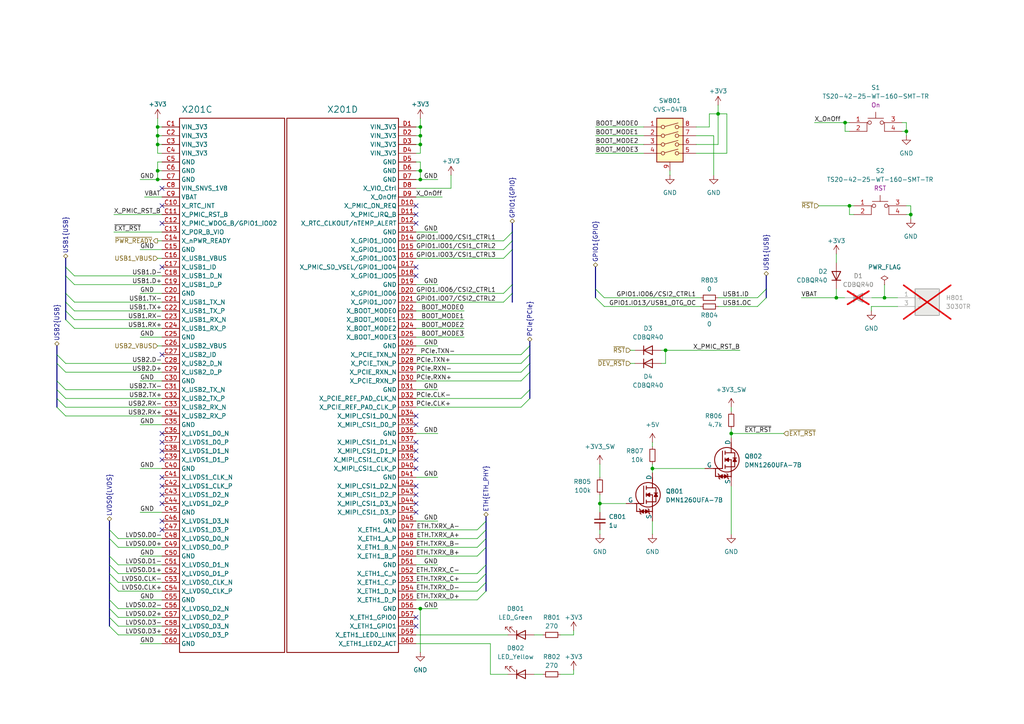
<source format=kicad_sch>
(kicad_sch (version 20250114) (generator "eeschema") (generator_version "9.0")
  (paper "A4")
  (bus_alias "LVDS" (members "D0-" "D0+" "D1-" "D1+" "D2-" "D2+" "D3-" "D3+" "CLK-" "CLK+"))
  (bus_alias "MIPI_CSI" (members "D0-" "D0+" "D1-" "D1+" "D2-" "D2+" "D3-" "D3+" "CLK-" "CLK+"))
  (bus_alias "PCIe" (members "TXN-" "TXN+" "RXN-" "RXN+" "CLK-" "CLK+"))
  (junction (at 189.23 135.89))
  (junction (at 45.72 41.91))
  (junction (at 173.99 146.05))
  (junction (at 262.89 38.1))
  (junction (at 242.57 86.36))
  (junction (at 256.54 86.36))
  (junction (at 121.92 52.07))
  (junction (at 45.72 36.83))
  (junction (at 208.28 33.02))
  (junction (at 121.92 176.53))
  (junction (at 246.38 59.69))
  (junction (at 121.92 36.83))
  (junction (at 193.04 101.6))
  (junction (at 45.72 52.07))
  (junction (at 121.92 41.91))
  (junction (at 245.11 35.56))
  (junction (at 45.72 49.53))
  (junction (at 45.72 39.37))
  (junction (at 264.16 62.23))
  (junction (at 212.09 125.73))
  (junction (at 121.92 49.53))
  (junction (at 121.92 39.37))
  (no_connect (at 46.99 146.05))
  (no_connect (at 46.99 125.73))
  (no_connect (at 120.65 143.51))
  (no_connect (at 120.65 128.27))
  (no_connect (at 120.65 179.07))
  (no_connect (at 46.99 64.77))
  (no_connect (at 120.65 62.23))
  (no_connect (at 46.99 143.51))
  (no_connect (at 120.65 135.89))
  (no_connect (at 120.65 59.69))
  (no_connect (at 120.65 130.81))
  (no_connect (at 46.99 77.47))
  (no_connect (at 120.65 148.59))
  (no_connect (at 120.65 133.35))
  (no_connect (at 120.65 64.77))
  (no_connect (at 46.99 130.81))
  (no_connect (at 46.99 140.97))
  (no_connect (at 120.65 80.01))
  (no_connect (at 120.65 146.05))
  (no_connect (at 46.99 151.13))
  (no_connect (at 46.99 153.67))
  (no_connect (at 46.99 138.43))
  (no_connect (at 120.65 123.19))
  (no_connect (at 46.99 54.61))
  (no_connect (at 46.99 59.69))
  (no_connect (at 46.99 133.35))
  (no_connect (at 120.65 77.47))
  (no_connect (at 120.65 140.97))
  (no_connect (at 46.99 128.27))
  (no_connect (at 120.65 181.61))
  (no_connect (at 120.65 120.65))
  (no_connect (at 46.99 102.87))
  (bus_entry (at 140.97 163.83) (size -2.54 2.54))
  (bus_entry (at 140.97 171.45) (size -2.54 2.54))
  (bus_entry (at 148.59 82.55) (size -2.54 2.54))
  (bus_entry (at 31.75 173.99) (size 2.54 2.54))
  (bus_entry (at 222.25 86.36) (size -2.54 2.54))
  (bus_entry (at 148.59 85.09) (size -2.54 2.54))
  (bus_entry (at 31.75 181.61) (size 2.54 2.54))
  (bus_entry (at 153.67 102.87) (size -2.54 2.54))
  (bus_entry (at 140.97 153.67) (size -2.54 2.54))
  (bus_entry (at 153.67 105.41) (size -2.54 2.54))
  (bus_entry (at 153.67 107.95) (size -2.54 2.54))
  (bus_entry (at 19.05 87.63) (size 2.54 2.54))
  (bus_entry (at 140.97 156.21) (size -2.54 2.54))
  (bus_entry (at 16.51 102.87) (size 2.54 2.54))
  (bus_entry (at 153.67 100.33) (size -2.54 2.54))
  (bus_entry (at 16.51 118.11) (size 2.54 2.54))
  (bus_entry (at 31.75 163.83) (size 2.54 2.54))
  (bus_entry (at 19.05 85.09) (size 2.54 2.54))
  (bus_entry (at 31.75 176.53) (size 2.54 2.54))
  (bus_entry (at 19.05 92.71) (size 2.54 2.54))
  (bus_entry (at 172.72 83.82) (size 2.54 2.54))
  (bus_entry (at 19.05 77.47) (size 2.54 2.54))
  (bus_entry (at 19.05 90.17) (size 2.54 2.54))
  (bus_entry (at 172.72 86.36) (size 2.54 2.54))
  (bus_entry (at 140.97 158.75) (size -2.54 2.54))
  (bus_entry (at 31.75 156.21) (size 2.54 2.54))
  (bus_entry (at 140.97 166.37) (size -2.54 2.54))
  (bus_entry (at 148.59 69.85) (size -2.54 2.54))
  (bus_entry (at 148.59 67.31) (size -2.54 2.54))
  (bus_entry (at 31.75 161.29) (size 2.54 2.54))
  (bus_entry (at 148.59 72.39) (size -2.54 2.54))
  (bus_entry (at 31.75 153.67) (size 2.54 2.54))
  (bus_entry (at 153.67 115.57) (size -2.54 2.54))
  (bus_entry (at 16.51 110.49) (size 2.54 2.54))
  (bus_entry (at 140.97 168.91) (size -2.54 2.54))
  (bus_entry (at 16.51 115.57) (size 2.54 2.54))
  (bus_entry (at 31.75 166.37) (size 2.54 2.54))
  (bus_entry (at 16.51 113.03) (size 2.54 2.54))
  (bus_entry (at 16.51 105.41) (size 2.54 2.54))
  (bus_entry (at 140.97 151.13) (size -2.54 2.54))
  (bus_entry (at 19.05 80.01) (size 2.54 2.54))
  (bus_entry (at 31.75 179.07) (size 2.54 2.54))
  (bus_entry (at 153.67 113.03) (size -2.54 2.54))
  (bus_entry (at 31.75 168.91) (size 2.54 2.54))
  (bus_entry (at 222.25 83.82) (size -2.54 2.54))
  (wire (pts (xy 21.59 92.71) (xy 46.99 92.71)))
  (wire (pts (xy 120.65 46.99) (xy 121.92 46.99)))
  (wire (pts (xy 193.04 105.41) (xy 193.04 101.6)))
  (bus (pts (xy 31.75 168.91) (xy 31.75 173.99)))
  (wire (pts (xy 121.92 176.53) (xy 120.65 176.53)))
  (wire (pts (xy 121.92 34.29) (xy 121.92 36.83)))
  (bus (pts (xy 148.59 85.09) (xy 148.59 87.63)))
  (wire (pts (xy 189.23 135.89) (xy 189.23 137.16)))
  (wire (pts (xy 120.65 44.45) (xy 121.92 44.45)))
  (wire (pts (xy 19.05 105.41) (xy 46.99 105.41)))
  (bus (pts (xy 148.59 72.39) (xy 148.59 82.55)))
  (wire (pts (xy 193.04 101.6) (xy 214.63 101.6)))
  (wire (pts (xy 134.62 97.79) (xy 120.65 97.79)))
  (wire (pts (xy 120.65 125.73) (xy 127 125.73)))
  (wire (pts (xy 261.62 38.1) (xy 262.89 38.1)))
  (wire (pts (xy 121.92 36.83) (xy 121.92 39.37)))
  (bus (pts (xy 19.05 85.09) (xy 19.05 87.63)))
  (wire (pts (xy 130.81 54.61) (xy 130.81 50.8)))
  (bus (pts (xy 31.75 163.83) (xy 31.75 166.37)))
  (wire (pts (xy 146.05 85.09) (xy 120.65 85.09)))
  (wire (pts (xy 45.72 41.91) (xy 45.72 44.45)))
  (wire (pts (xy 138.43 161.29) (xy 120.65 161.29)))
  (wire (pts (xy 19.05 118.11) (xy 46.99 118.11)))
  (wire (pts (xy 34.29 156.21) (xy 46.99 156.21)))
  (wire (pts (xy 121.92 36.83) (xy 120.65 36.83)))
  (wire (pts (xy 121.92 39.37) (xy 121.92 41.91)))
  (wire (pts (xy 40.64 173.99) (xy 46.99 173.99)))
  (wire (pts (xy 173.99 146.05) (xy 181.61 146.05)))
  (wire (pts (xy 151.13 107.95) (xy 120.65 107.95)))
  (wire (pts (xy 120.65 163.83) (xy 127 163.83)))
  (wire (pts (xy 201.93 41.91) (xy 208.28 41.91)))
  (wire (pts (xy 205.74 33.02) (xy 205.74 36.83)))
  (wire (pts (xy 232.41 86.36) (xy 242.57 86.36)))
  (bus (pts (xy 31.75 179.07) (xy 31.75 181.61)))
  (wire (pts (xy 201.93 36.83) (xy 205.74 36.83)))
  (wire (pts (xy 151.13 110.49) (xy 120.65 110.49)))
  (wire (pts (xy 245.11 38.1) (xy 245.11 35.56)))
  (bus (pts (xy 16.51 113.03) (xy 16.51 115.57)))
  (wire (pts (xy 120.65 105.41) (xy 151.13 105.41)))
  (wire (pts (xy 162.56 184.15) (xy 166.37 184.15)))
  (wire (pts (xy 21.59 90.17) (xy 46.99 90.17)))
  (bus (pts (xy 222.25 83.82) (xy 222.25 86.36)))
  (bus (pts (xy 19.05 80.01) (xy 19.05 85.09)))
  (wire (pts (xy 256.54 86.36) (xy 260.35 86.36)))
  (bus (pts (xy 140.97 158.75) (xy 140.97 163.83)))
  (wire (pts (xy 120.65 54.61) (xy 130.81 54.61)))
  (wire (pts (xy 173.99 153.67) (xy 173.99 154.94)))
  (wire (pts (xy 201.93 44.45) (xy 210.82 44.45)))
  (wire (pts (xy 138.43 168.91) (xy 120.65 168.91)))
  (wire (pts (xy 175.26 86.36) (xy 203.2 86.36)))
  (wire (pts (xy 212.09 118.11) (xy 212.09 119.38)))
  (bus (pts (xy 153.67 99.06) (xy 153.67 100.33)))
  (wire (pts (xy 45.72 69.85) (xy 46.99 69.85)))
  (wire (pts (xy 120.65 138.43) (xy 127 138.43)))
  (wire (pts (xy 142.24 195.58) (xy 147.32 195.58)))
  (wire (pts (xy 246.38 38.1) (xy 245.11 38.1)))
  (wire (pts (xy 40.64 97.79) (xy 46.99 97.79)))
  (wire (pts (xy 166.37 182.88) (xy 166.37 184.15)))
  (wire (pts (xy 40.64 148.59) (xy 46.99 148.59)))
  (wire (pts (xy 262.89 59.69) (xy 264.16 59.69)))
  (wire (pts (xy 194.31 49.53) (xy 194.31 50.8)))
  (wire (pts (xy 252.73 86.36) (xy 256.54 86.36)))
  (bus (pts (xy 140.97 168.91) (xy 140.97 171.45)))
  (wire (pts (xy 34.29 184.15) (xy 46.99 184.15)))
  (wire (pts (xy 138.43 156.21) (xy 120.65 156.21)))
  (wire (pts (xy 128.27 57.15) (xy 120.65 57.15)))
  (wire (pts (xy 189.23 135.89) (xy 204.47 135.89)))
  (wire (pts (xy 46.99 46.99) (xy 45.72 46.99)))
  (wire (pts (xy 120.65 69.85) (xy 146.05 69.85)))
  (bus (pts (xy 140.97 166.37) (xy 140.97 168.91)))
  (wire (pts (xy 173.99 146.05) (xy 173.99 148.59)))
  (bus (pts (xy 153.67 100.33) (xy 153.67 102.87)))
  (wire (pts (xy 120.65 102.87) (xy 151.13 102.87)))
  (bus (pts (xy 31.75 151.13) (xy 31.75 153.67)))
  (wire (pts (xy 121.92 49.53) (xy 121.92 52.07)))
  (wire (pts (xy 120.65 166.37) (xy 138.43 166.37)))
  (bus (pts (xy 153.67 105.41) (xy 153.67 107.95)))
  (bus (pts (xy 222.25 80.01) (xy 222.25 83.82)))
  (wire (pts (xy 264.16 62.23) (xy 264.16 59.69)))
  (bus (pts (xy 31.75 176.53) (xy 31.75 179.07)))
  (wire (pts (xy 189.23 128.27) (xy 189.23 129.54)))
  (wire (pts (xy 166.37 194.31) (xy 166.37 195.58)))
  (wire (pts (xy 120.65 39.37) (xy 121.92 39.37)))
  (wire (pts (xy 245.11 35.56) (xy 246.38 35.56)))
  (bus (pts (xy 19.05 87.63) (xy 19.05 90.17)))
  (wire (pts (xy 242.57 86.36) (xy 245.11 86.36)))
  (wire (pts (xy 45.72 46.99) (xy 45.72 49.53)))
  (bus (pts (xy 19.05 77.47) (xy 19.05 80.01)))
  (wire (pts (xy 45.72 49.53) (xy 45.72 52.07)))
  (bus (pts (xy 140.97 163.83) (xy 140.97 166.37)))
  (bus (pts (xy 140.97 153.67) (xy 140.97 156.21)))
  (wire (pts (xy 120.65 52.07) (xy 121.92 52.07)))
  (bus (pts (xy 31.75 161.29) (xy 31.75 163.83)))
  (wire (pts (xy 34.29 176.53) (xy 46.99 176.53)))
  (wire (pts (xy 208.28 30.48) (xy 208.28 33.02)))
  (wire (pts (xy 142.24 195.58) (xy 142.24 186.69)))
  (wire (pts (xy 120.65 113.03) (xy 127 113.03)))
  (bus (pts (xy 31.75 173.99) (xy 31.75 176.53)))
  (wire (pts (xy 121.92 46.99) (xy 121.92 49.53)))
  (wire (pts (xy 40.64 135.89) (xy 46.99 135.89)))
  (wire (pts (xy 120.65 158.75) (xy 138.43 158.75)))
  (wire (pts (xy 182.88 101.6) (xy 184.15 101.6)))
  (wire (pts (xy 34.29 158.75) (xy 46.99 158.75)))
  (wire (pts (xy 246.38 62.23) (xy 246.38 59.69)))
  (wire (pts (xy 120.65 87.63) (xy 146.05 87.63)))
  (wire (pts (xy 134.62 90.17) (xy 120.65 90.17)))
  (bus (pts (xy 153.67 107.95) (xy 153.67 113.03)))
  (wire (pts (xy 120.65 151.13) (xy 127 151.13)))
  (wire (pts (xy 127 176.53) (xy 121.92 176.53)))
  (wire (pts (xy 208.28 86.36) (xy 219.71 86.36)))
  (wire (pts (xy 41.91 57.15) (xy 46.99 57.15)))
  (wire (pts (xy 120.65 153.67) (xy 138.43 153.67)))
  (wire (pts (xy 210.82 33.02) (xy 210.82 44.45)))
  (wire (pts (xy 121.92 176.53) (xy 121.92 189.23)))
  (wire (pts (xy 173.99 143.51) (xy 173.99 146.05)))
  (wire (pts (xy 120.65 100.33) (xy 127 100.33)))
  (wire (pts (xy 21.59 80.01) (xy 46.99 80.01)))
  (wire (pts (xy 34.29 168.91) (xy 46.99 168.91)))
  (wire (pts (xy 212.09 127) (xy 212.09 125.73)))
  (wire (pts (xy 120.65 67.31) (xy 127 67.31)))
  (bus (pts (xy 16.51 102.87) (xy 16.51 105.41)))
  (wire (pts (xy 172.72 36.83) (xy 186.69 36.83)))
  (wire (pts (xy 21.59 82.55) (xy 46.99 82.55)))
  (wire (pts (xy 212.09 140.97) (xy 212.09 154.94)))
  (wire (pts (xy 154.94 195.58) (xy 157.48 195.58)))
  (wire (pts (xy 46.99 36.83) (xy 45.72 36.83)))
  (wire (pts (xy 154.94 184.15) (xy 157.48 184.15)))
  (wire (pts (xy 262.89 62.23) (xy 264.16 62.23)))
  (wire (pts (xy 19.05 115.57) (xy 46.99 115.57)))
  (wire (pts (xy 191.77 105.41) (xy 193.04 105.41)))
  (bus (pts (xy 16.51 105.41) (xy 16.51 110.49)))
  (wire (pts (xy 247.65 62.23) (xy 246.38 62.23)))
  (wire (pts (xy 138.43 173.99) (xy 120.65 173.99)))
  (bus (pts (xy 148.59 64.77) (xy 148.59 67.31)))
  (wire (pts (xy 34.29 181.61) (xy 46.99 181.61)))
  (wire (pts (xy 205.74 33.02) (xy 208.28 33.02)))
  (wire (pts (xy 46.99 49.53) (xy 45.72 49.53)))
  (wire (pts (xy 120.65 186.69) (xy 142.24 186.69)))
  (wire (pts (xy 40.64 123.19) (xy 46.99 123.19)))
  (wire (pts (xy 34.29 163.83) (xy 46.99 163.83)))
  (wire (pts (xy 262.89 38.1) (xy 262.89 39.37)))
  (wire (pts (xy 21.59 87.63) (xy 46.99 87.63)))
  (wire (pts (xy 172.72 39.37) (xy 186.69 39.37)))
  (wire (pts (xy 201.93 39.37) (xy 207.01 39.37)))
  (bus (pts (xy 153.67 113.03) (xy 153.67 115.57)))
  (wire (pts (xy 34.29 179.07) (xy 46.99 179.07)))
  (bus (pts (xy 153.67 102.87) (xy 153.67 105.41)))
  (wire (pts (xy 40.64 72.39) (xy 46.99 72.39)))
  (bus (pts (xy 16.51 110.49) (xy 16.51 113.03)))
  (bus (pts (xy 148.59 82.55) (xy 148.59 85.09)))
  (wire (pts (xy 208.28 33.02) (xy 210.82 33.02)))
  (bus (pts (xy 31.75 156.21) (xy 31.75 161.29)))
  (wire (pts (xy 189.23 134.62) (xy 189.23 135.89)))
  (wire (pts (xy 120.65 92.71) (xy 134.62 92.71)))
  (wire (pts (xy 166.37 195.58) (xy 162.56 195.58)))
  (wire (pts (xy 45.72 52.07) (xy 46.99 52.07)))
  (wire (pts (xy 252.73 90.17) (xy 252.73 88.9)))
  (wire (pts (xy 33.02 67.31) (xy 46.99 67.31)))
  (bus (pts (xy 16.51 115.57) (xy 16.51 118.11)))
  (wire (pts (xy 45.72 39.37) (xy 45.72 36.83)))
  (bus (pts (xy 140.97 151.13) (xy 140.97 153.67)))
  (wire (pts (xy 236.22 35.56) (xy 245.11 35.56)))
  (wire (pts (xy 120.65 74.93) (xy 146.05 74.93)))
  (wire (pts (xy 46.99 44.45) (xy 45.72 44.45)))
  (wire (pts (xy 40.64 186.69) (xy 46.99 186.69)))
  (bus (pts (xy 148.59 69.85) (xy 148.59 72.39)))
  (wire (pts (xy 21.59 95.25) (xy 46.99 95.25)))
  (bus (pts (xy 19.05 90.17) (xy 19.05 92.71)))
  (bus (pts (xy 172.72 83.82) (xy 172.72 86.36)))
  (wire (pts (xy 120.65 72.39) (xy 146.05 72.39)))
  (bus (pts (xy 19.05 74.93) (xy 19.05 77.47)))
  (wire (pts (xy 33.02 62.23) (xy 46.99 62.23)))
  (bus (pts (xy 31.75 153.67) (xy 31.75 156.21)))
  (wire (pts (xy 207.01 39.37) (xy 207.01 50.8)))
  (wire (pts (xy 212.09 124.46) (xy 212.09 125.73)))
  (wire (pts (xy 45.72 41.91) (xy 45.72 39.37)))
  (wire (pts (xy 121.92 52.07) (xy 127 52.07)))
  (wire (pts (xy 237.49 59.69) (xy 246.38 59.69)))
  (wire (pts (xy 120.65 49.53) (xy 121.92 49.53)))
  (bus (pts (xy 16.51 100.33) (xy 16.51 102.87)))
  (wire (pts (xy 261.62 35.56) (xy 262.89 35.56)))
  (wire (pts (xy 172.72 44.45) (xy 186.69 44.45)))
  (wire (pts (xy 120.65 171.45) (xy 138.43 171.45)))
  (wire (pts (xy 45.72 100.33) (xy 46.99 100.33)))
  (wire (pts (xy 173.99 134.62) (xy 173.99 138.43)))
  (wire (pts (xy 40.64 110.49) (xy 46.99 110.49)))
  (wire (pts (xy 208.28 88.9) (xy 219.71 88.9)))
  (wire (pts (xy 40.64 161.29) (xy 46.99 161.29)))
  (wire (pts (xy 242.57 83.82) (xy 242.57 86.36)))
  (wire (pts (xy 182.88 105.41) (xy 184.15 105.41)))
  (wire (pts (xy 120.65 184.15) (xy 147.32 184.15)))
  (bus (pts (xy 148.59 67.31) (xy 148.59 69.85)))
  (wire (pts (xy 172.72 41.91) (xy 186.69 41.91)))
  (wire (pts (xy 45.72 34.29) (xy 45.72 36.83)))
  (bus (pts (xy 172.72 77.47) (xy 172.72 83.82)))
  (wire (pts (xy 242.57 73.66) (xy 242.57 76.2)))
  (bus (pts (xy 140.97 149.86) (xy 140.97 151.13)))
  (wire (pts (xy 45.72 74.93) (xy 46.99 74.93)))
  (wire (pts (xy 151.13 118.11) (xy 120.65 118.11)))
  (wire (pts (xy 34.29 166.37) (xy 46.99 166.37)))
  (wire (pts (xy 212.09 125.73) (xy 227.33 125.73)))
  (bus (pts (xy 140.97 156.21) (xy 140.97 158.75)))
  (wire (pts (xy 208.28 33.02) (xy 208.28 41.91)))
  (wire (pts (xy 19.05 107.95) (xy 46.99 107.95)))
  (wire (pts (xy 40.64 52.07) (xy 45.72 52.07)))
  (wire (pts (xy 121.92 41.91) (xy 121.92 44.45)))
  (wire (pts (xy 46.99 41.91) (xy 45.72 41.91)))
  (wire (pts (xy 40.64 85.09) (xy 46.99 85.09)))
  (wire (pts (xy 264.16 62.23) (xy 264.16 63.5)))
  (wire (pts (xy 252.73 88.9) (xy 260.35 88.9)))
  (wire (pts (xy 120.65 41.91) (xy 121.92 41.91)))
  (wire (pts (xy 189.23 151.13) (xy 189.23 154.94)))
  (wire (pts (xy 120.65 82.55) (xy 127 82.55)))
  (wire (pts (xy 262.89 38.1) (xy 262.89 35.56)))
  (wire (pts (xy 246.38 59.69) (xy 247.65 59.69)))
  (wire (pts (xy 19.05 120.65) (xy 46.99 120.65)))
  (wire (pts (xy 256.54 82.55) (xy 256.54 86.36)))
  (wire (pts (xy 120.65 95.25) (xy 134.62 95.25)))
  (wire (pts (xy 175.26 88.9) (xy 203.2 88.9)))
  (wire (pts (xy 34.29 171.45) (xy 46.99 171.45)))
  (wire (pts (xy 191.77 101.6) (xy 193.04 101.6)))
  (wire (pts (xy 19.05 113.03) (xy 46.99 113.03)))
  (bus (pts (xy 31.75 166.37) (xy 31.75 168.91)))
  (wire (pts (xy 46.99 39.37) (xy 45.72 39.37)))
  (wire (pts (xy 151.13 115.57) (xy 120.65 115.57)))
  (label "BOOT_MODE3" (at 134.62 97.79 180))
  (label "GPIO1.IO01{slash}CSI1_CTRL2" (at 120.65 72.39 0))
  (label "GND" (at 40.64 123.19 0))
  (label "X_OnOff" (at 236.22 35.56 0))
  (label "GPIO1.IO06{slash}CSI2_CTRL1" (at 201.93 86.36 180))
  (label "GPIO1.IO06{slash}CSI2_CTRL1" (at 120.65 85.09 0))
  (label "~{EXT_RST}" (at 33.02 67.31 0))
  (label "ETH.TXRX_B-" (at 133.35 158.75 180))
  (label "USB2.TX-" (at 46.99 113.03 180))
  (label "USB2.TX+" (at 46.99 115.57 180))
  (label "USB1.OC" (at 209.55 88.9 0))
  (label "GND" (at 40.64 148.59 0))
  (label "USB1.TX+" (at 46.99 90.17 180))
  (label "ETH.TXRX_A+" (at 133.35 156.21 180))
  (label "LVDS0.D0+" (at 46.99 158.75 180))
  (label "LVDS0.CLK+" (at 46.99 171.45 180))
  (label "USB1.ID" (at 209.55 86.36 0))
  (label "USB2.RX+" (at 46.99 120.65 180))
  (label "PCIe.CLK+" (at 120.65 118.11 0))
  (label "GND" (at 40.64 72.39 0))
  (label "VBAT" (at 41.91 57.15 0))
  (label "PCIe.RXN+" (at 120.65 110.49 0))
  (label "USB1.TX-" (at 46.99 87.63 180))
  (label "LVDS0.D3-" (at 46.99 181.61 180))
  (label "GND" (at 40.64 173.99 0))
  (label "GND" (at 127 100.33 180))
  (label "GND" (at 40.64 161.29 0))
  (label "USB2.RX-" (at 46.99 118.11 180))
  (label "X_OnOff" (at 128.27 57.15 180))
  (label "ETH.TXRX_A-" (at 133.35 153.67 180))
  (label "GND" (at 40.64 52.07 0))
  (label "GPIO1.IO00{slash}CSI1_CTRL1" (at 120.65 69.85 0))
  (label "BOOT_MODE1" (at 172.72 39.37 0))
  (label "USB1.RX+" (at 46.99 95.25 180))
  (label "GND" (at 40.64 97.79 0))
  (label "LVDS0.D1-" (at 46.99 163.83 180))
  (label "GND" (at 127 113.03 180))
  (label "GND" (at 127 163.83 180))
  (label "GND" (at 127 176.53 180))
  (label "ETH.TXRX_C-" (at 133.35 166.37 180))
  (label "GND" (at 40.64 110.49 0))
  (label "ETH.TXRX_C+" (at 133.35 168.91 180))
  (label "X_PMIC_RST_B" (at 214.63 101.6 180))
  (label "LVDS0.D3+" (at 46.99 184.15 180))
  (label "PCIe.TXN-" (at 121.92 102.87 0))
  (label "USB2.D-" (at 46.99 105.41 180))
  (label "GND" (at 127 52.07 180))
  (label "USB1.D-" (at 46.99 80.01 180))
  (label "GPIO1.IO03{slash}CSI1_CTRL3" (at 120.65 74.93 0))
  (label "VBAT" (at 232.41 86.36 0))
  (label "GPIO1.IO13{slash}USB1_OTG_OC" (at 201.93 88.9 180))
  (label "GND" (at 127 125.73 180))
  (label "GND" (at 40.64 135.89 0))
  (label "PCIe.RXN-" (at 120.65 107.95 0))
  (label "PCIe.TXN+" (at 120.65 105.41 0))
  (label "GND" (at 40.64 85.09 0))
  (label "ETH.TXRX_D+" (at 133.35 173.99 180))
  (label "PCIe.CLK-" (at 120.65 115.57 0))
  (label "BOOT_MODE1" (at 134.62 92.71 180))
  (label "LVDS0.D0-" (at 46.99 156.21 180))
  (label "~{EXT_RST}" (at 215.9 125.73 0))
  (label "GND" (at 127 151.13 180))
  (label "GND" (at 127 138.43 180))
  (label "LVDS0.D2-" (at 46.99 176.53 180))
  (label "USB2.D+" (at 46.99 107.95 180))
  (label "LVDS0.D2+" (at 46.99 179.07 180))
  (label "GND" (at 40.64 186.69 0))
  (label "BOOT_MODE2" (at 172.72 41.91 0))
  (label "GND" (at 127 82.55 180))
  (label "BOOT_MODE2" (at 134.62 95.25 180))
  (label "GPIO1.IO07{slash}CSI2_CTRL2" (at 120.65 87.63 0))
  (label "ETH.TXRX_B+" (at 133.35 161.29 180))
  (label "GND" (at 127 67.31 180))
  (label "BOOT_MODE3" (at 172.72 44.45 0))
  (label "USB1.D+" (at 46.99 82.55 180))
  (label "USB1.RX-" (at 46.99 92.71 180))
  (label "ETH.TXRX_D-" (at 133.35 171.45 180))
  (label "X_PMIC_RST_B" (at 33.02 62.23 0))
  (label "LVDS0.D1+" (at 46.99 166.37 180))
  (label "BOOT_MODE0" (at 134.62 90.17 180))
  (label "LVDS0.CLK-" (at 46.99 168.91 180))
  (label "BOOT_MODE0" (at 172.72 36.83 0))
  (hierarchical_label "~{RST}" (shape input) (at 237.49 59.69 180))
  (hierarchical_label "~{EXT_RST}" (shape input) (at 227.33 125.73 0))
  (hierarchical_label "USB2{USB}" (shape bidirectional) (at 16.51 100.33 90))
  (hierarchical_label "GPIO1{GPIO}" (shape bidirectional) (at 148.59 64.77 90))
  (hierarchical_label "GPIO1{GPIO}" (shape bidirectional) (at 172.72 77.47 90))
  (hierarchical_label "LVDS0{LVDS}" (shape bidirectional) (at 31.75 151.13 90))
  (hierarchical_label "USB2_VBUS" (shape input) (at 45.72 100.33 180))
  (hierarchical_label "~{DEV_RST}" (shape input) (at 182.88 105.41 180))
  (hierarchical_label "USB1{USB}" (shape bidirectional) (at 19.05 74.93 90))
  (hierarchical_label "USB1_VBUS" (shape input) (at 45.72 74.93 180))
  (hierarchical_label "~{RST}" (shape input) (at 182.88 101.6 180))
  (hierarchical_label "~{PWR_READY}" (shape output) (at 45.72 69.85 180))
  (hierarchical_label "USB1{USB}" (shape bidirectional) (at 222.25 80.01 90))
  (hierarchical_label "PCIe{PCIe}" (shape bidirectional) (at 153.67 99.06 90))
  (hierarchical_label "ETH{ETH_PHY}" (shape bidirectional) (at 140.97 149.86 90))
  (symbol (lib_id "Device:D") (at 242.57 80.01 90) (unit 1)
    (property "Reference" "D2" (at 240.03 78.7399 90) (effects (justify left)))
    (property "Value" "CDBQR40" (at 240.03 81.2799 90) (effects (justify left)))
    (property "Footprint" "Diode_SMD:D_0402_1005Metric" (effects (hide yes)))
    (property "Datasheet" "https://www.mouser.de/datasheet/2/80/CDBQR40_HF_RevC811666-2488328.pdf" (effects (hide yes)))
    (property "Description" "Diode" (effects (hide yes)))
    (property "Sim.Device" "D" (effects (hide yes)))
    (property "Sim.Pins" "1=K 2=A" (effects (hide yes)))
    (property "Mouser Part Number" "750-CDBQR40" (effects (hide yes)))
  )
  (symbol (lib_id "extras:TS20-42-25-WT-160-SMT-TR") (at 246.38 36.83 0) (unit 1)
    (property "Reference" "S1" (at 254 25.4 0))
    (property "Value" "TS20-42-25-WT-160-SMT-TR" (at 254 27.94 0))
    (property "Footprint" "extras:TS204225WT160SMTTR" (effects (hide yes)))
    (property "Datasheet" "https://www.cuidevices.com/product/resource/ts20.pdf" (effects (hide yes)))
    (property "Description" "Tactile Switches 4.2 x 3.2 mm, 2.5 mm Actuator Height, 160 gf, White, Surface Mount, TR, SPST, Tactile Switch" (effects (hide yes)))
    (property "Height" "2.7" (effects (hide yes)))
    (property "Mouser Part Number" "179-TS204225WT160SMT" (effects (hide yes)))
    (property "Mouser Price/Stock" "https://www.mouser.co.uk/ProductDetail/CUI-Devices/TS20-42-25-WT-160-SMT-TR?qs=tlsG%2FOw5FFiXbig16X7ymQ%3D%3D" (effects (hide yes)))
    (property "Manufacturer_Name" "CUI Devices" (effects (hide yes)))
    (property "Manufacturer_Part_Number" "TS20-42-25-WT-160-SMT-TR" (effects (hide yes)))
    (property "display" "On" (at 254 30.48 0))
  )
  (symbol (lib_id "Device:R_Small") (at 160.02 195.58 270) (mirror x) (unit 1)
    (property "Reference" "R802" (at 160.02 190.5 90))
    (property "Value" "270" (at 160.02 193.04 90))
    (property "Footprint" "extras:R_0402" (effects (hide yes)))
    (property "Description" "Resistor, small symbol" (effects (hide yes)))
    (property "Mouser Part Number" "652-CR0402FX-2700GLF" (effects (hide yes)))
  )
  (symbol (lib_id "power:+3V3") (at 208.28 30.48 0) (unit 1)
    (property "Reference" "#PWR0808" (effects (hide yes)))
    (property "Value" "+3V3" (at 208.28 26.416 0))
    (property "Description" "Power symbol creates a global label with name \"+3V3\"" (effects (hide yes)))
  )
  (symbol (lib_id "extras:DMN1260UFA-7B") (at 181.61 146.05 0) (unit 1)
    (property "Reference" "Q801" (at 193.04 142.4939 0) (effects (justify left)))
    (property "Value" "DMN1260UFA-7B" (at 193.04 145.0339 0) (effects (justify left)))
    (property "Footprint" "extras:DMN1260UFA7B" (effects (hide yes)))
    (property "Datasheet" "https://www.diodes.com//assets/Datasheets/DMN1260UFA.pdf" (effects (hide yes)))
    (property "Description" "MOSFET 12V N-Ch Enh FET 8 VGS 60pF 0.92nC" (effects (hide yes)))
    (property "Height" "0.4" (effects (hide yes)))
    (property "Mouser Part Number" "621-DMN1260UFA-7B" (effects (hide yes)))
    (property "Mouser Price/Stock" "https://www.mouser.co.uk/ProductDetail/Diodes-Incorporated/DMN1260UFA-7B?qs=TL2rE588Q1GjQdkyrZCA4w%3D%3D" (effects (hide yes)))
    (property "Manufacturer_Name" "Diodes Incorporated" (effects (hide yes)))
    (property "Manufacturer_Part_Number" "DMN1260UFA-7B" (effects (hide yes)))
  )
  (symbol (lib_id "Device:LED") (at 151.13 184.15 0) (mirror x) (unit 1)
    (property "Reference" "D801" (at 149.5425 176.53 0))
    (property "Value" "LED_Green" (at 149.5425 179.07 0))
    (property "Footprint" "LED_SMD:LED_0402_1005Metric_Pad0.77x0.64mm_HandSolder" (effects (hide yes)))
    (property "Description" "Light emitting diode" (effects (hide yes)))
    (property "Mouser Part Number" "755-SML-P11MTT86R" (effects (hide yes)))
    (property "Display" "Active" (effects (hide yes)))
  )
  (symbol (lib_id "power:GND") (at 173.99 154.94 0) (unit 1)
    (property "Reference" "#PWR0810" (effects (hide yes)))
    (property "Value" "GND" (at 173.99 160.02 0))
    (property "Description" "Power symbol creates a global label with name \"GND\" , ground" (effects (hide yes)))
  )
  (symbol (lib_id "Device:R_Small") (at 189.23 132.08 0) (mirror x) (unit 1)
    (property "Reference" "R807" (at 186.69 130.8099 0) (effects (justify right)))
    (property "Value" "10k" (at 186.69 133.3499 0) (effects (justify right)))
    (property "Footprint" "extras:R_0402" (effects (hide yes)))
    (property "Description" "Resistor, small symbol" (effects (hide yes)))
    (property "Mouser Part Number" "71-CRCW0402-10K-E3" (effects (hide yes)))
  )
  (symbol (lib_id "power:GND") (at 252.73 90.17 0) (unit 1)
    (property "Reference" "#PWR02" (effects (hide yes)))
    (property "Value" "GND" (at 252.73 95.25 0))
    (property "Description" "Power symbol creates a global label with name \"GND\" , ground" (effects (hide yes)))
  )
  (symbol (lib_id "extras:Phytec-PCM-070") (at 120.65 186.69 0) (unit 4)
    (property "Reference" "X201" (at 99.3775 31.75 0) (effects (font (size 1.8288 1.8288))))
    (property "Value" "Phytec-PCM-070" (effects (hide yes)))
    (property "Footprint" "extras:Phytec-PCM-070" (effects (hide yes)))
    (property "Datasheet" "https://www.phytec.de/cdocuments/?doc=koA7Hg" (effects (hide yes)))
    (property "Mouser Part Number" "-" (effects (hide yes)))
  )
  (symbol (lib_id "power:+3V3") (at 166.37 194.31 0) (unit 1)
    (property "Reference" "#PWR0805" (effects (hide yes)))
    (property "Value" "+3V3" (at 166.37 190.5 0))
    (property "Description" "Power symbol creates a global label with name \"+3V3\"" (effects (hide yes)))
  )
  (symbol (lib_id "extras:SW_DIP_x04_shielded") (at 194.31 41.91 0) (unit 1)
    (property "Reference" "SW801" (at 194.31 29.21 0))
    (property "Value" "CVS-04TB" (at 194.31 31.75 0))
    (property "Footprint" "extras:CVS-04TB" (effects (hide yes)))
    (property "Description" "4x DIP Switch, Single Pole Single Throw (SPST) switch, small symbol" (effects (hide yes)))
    (property "Mouser Part Number" "229-CVS-04TB" (effects (hide yes)))
  )
  (symbol (lib_id "extras:Phytec-PCM-070") (at 46.99 186.69 0) (mirror y) (unit 3)
    (property "Reference" "X201" (at 57.15 31.75 0) (effects (font (size 1.8288 1.8288))))
    (property "Value" "Phytec-PCM-070" (effects (hide yes)))
    (property "Footprint" "extras:Phytec-PCM-070" (effects (hide yes)))
    (property "Datasheet" "https://www.phytec.de/cdocuments/?doc=koA7Hg" (effects (hide yes)))
    (property "Mouser Part Number" "-" (effects (hide yes)))
  )
  (symbol (lib_id "Device:R_Small") (at 173.99 140.97 0) (mirror x) (unit 1)
    (property "Reference" "R805" (at 171.45 139.6999 0) (effects (justify right)))
    (property "Value" "100k" (at 171.45 142.2399 0) (effects (justify right)))
    (property "Footprint" "extras:R_0402" (effects (hide yes)))
    (property "Description" "Resistor, small symbol" (effects (hide yes)))
    (property "Mouser Part Number" "71-CRCW0402-100K-E3" (effects (hide yes)))
  )
  (symbol (lib_id "Device:D") (at 187.96 101.6 0) (unit 1)
    (property "Reference" "D3" (at 187.96 95.25 0))
    (property "Value" "CDBQR40" (at 187.96 97.79 0))
    (property "Footprint" "Diode_SMD:D_0402_1005Metric" (effects (hide yes)))
    (property "Datasheet" "https://www.mouser.de/datasheet/2/80/CDBQR40_HF_RevC811666-2488328.pdf" (effects (hide yes)))
    (property "Description" "Diode" (effects (hide yes)))
    (property "Sim.Device" "D" (effects (hide yes)))
    (property "Sim.Pins" "1=K 2=A" (effects (hide yes)))
    (property "Mouser Part Number" "750-CDBQR40" (effects (hide yes)))
  )
  (symbol (lib_id "Device:D") (at 248.92 86.36 0) (unit 1) (dnp yes)
    (property "Reference" "D1" (at 248.92 80.01 0))
    (property "Value" "CDBQR40" (at 248.92 82.55 0))
    (property "Footprint" "Diode_SMD:D_0402_1005Metric" (effects (hide yes)))
    (property "Datasheet" "https://www.mouser.de/datasheet/2/80/CDBQR40_HF_RevC811666-2488328.pdf" (effects (hide yes)))
    (property "Description" "Diode" (effects (hide yes)))
    (property "Sim.Device" "D" (effects (hide yes)))
    (property "Sim.Pins" "1=K 2=A" (effects (hide yes)))
    (property "Mouser Part Number" "750-CDBQR40" (effects (hide yes)))
  )
  (symbol (lib_id "power:GND") (at 207.01 50.8 0) (unit 1)
    (property "Reference" "#PWR0807" (effects (hide yes)))
    (property "Value" "GND" (at 207.01 55.88 0))
    (property "Description" "Power symbol creates a global label with name \"GND\" , ground" (effects (hide yes)))
  )
  (symbol (lib_id "power:GND") (at 194.31 50.8 0) (unit 1)
    (property "Reference" "#PWR0806" (effects (hide yes)))
    (property "Value" "GND" (at 194.31 55.88 0))
    (property "Description" "Power symbol creates a global label with name \"GND\" , ground" (effects (hide yes)))
  )
  (symbol (lib_id "power:GND") (at 264.16 63.5 0) (unit 1)
    (property "Reference" "#PWR04" (effects (hide yes)))
    (property "Value" "GND" (at 264.16 68.58 0))
    (property "Description" "Power symbol creates a global label with name \"GND\" , ground" (effects (hide yes)))
  )
  (symbol (lib_id "extras:TS20-42-25-WT-160-SMT-TR") (at 247.65 60.96 0) (unit 1)
    (property "Reference" "S2" (at 255.27 49.53 0))
    (property "Value" "TS20-42-25-WT-160-SMT-TR" (at 255.27 52.07 0))
    (property "Footprint" "extras:TS204225WT160SMTTR" (effects (hide yes)))
    (property "Datasheet" "https://www.cuidevices.com/product/resource/ts20.pdf" (effects (hide yes)))
    (property "Description" "Tactile Switches 4.2 x 3.2 mm, 2.5 mm Actuator Height, 160 gf, White, Surface Mount, TR, SPST, Tactile Switch" (effects (hide yes)))
    (property "Height" "2.7" (effects (hide yes)))
    (property "Mouser Part Number" "179-TS204225WT160SMT" (effects (hide yes)))
    (property "Mouser Price/Stock" "https://www.mouser.co.uk/ProductDetail/CUI-Devices/TS20-42-25-WT-160-SMT-TR?qs=tlsG%2FOw5FFiXbig16X7ymQ%3D%3D" (effects (hide yes)))
    (property "Manufacturer_Name" "CUI Devices" (effects (hide yes)))
    (property "Manufacturer_Part_Number" "TS20-42-25-WT-160-SMT-TR" (effects (hide yes)))
    (property "display" "RST" (at 255.27 54.61 0))
  )
  (symbol (lib_id "Device:R_Small") (at 212.09 121.92 0) (mirror x) (unit 1)
    (property "Reference" "R806" (at 209.55 120.6499 0) (effects (justify right)))
    (property "Value" "4.7k" (at 209.55 123.1899 0) (effects (justify right)))
    (property "Footprint" "extras:R_0402" (effects (hide yes)))
    (property "Description" "Resistor, small symbol" (effects (hide yes)))
    (property "Mouser Part Number" "652-CR0402FX-4701GLF" (effects (hide yes)))
  )
  (symbol (lib_id "power:GND") (at 212.09 154.94 0) (unit 1)
    (property "Reference" "#PWR0816" (effects (hide yes)))
    (property "Value" "GND" (at 212.09 160.02 0))
    (property "Description" "Power symbol creates a global label with name \"GND\" , ground" (effects (hide yes)))
  )
  (symbol (lib_id "power:+3V3") (at 212.09 118.11 0) (unit 1)
    (property "Reference" "#PWR0814" (effects (hide yes)))
    (property "Value" "+3V3_SW" (at 212.09 113.03 0))
    (property "Description" "Power symbol creates a global label with name \"+3V3\"" (effects (hide yes)))
  )
  (symbol (lib_id "extras:3030TR") (at 260.35 86.36 0) (unit 1) (dnp yes)
    (property "Reference" "H801" (at 274.32 86.3599 0) (effects (justify left)))
    (property "Value" "3030TR" (at 274.32 88.8999 0) (effects (justify left)))
    (property "Footprint" "extras:3030TR" (effects (hide yes)))
    (property "Datasheet" "https://www.keyelco.com/product.cfm/product_id/3952" (effects (hide yes)))
    (property "Description" "Coin Cell Battery Holders SM RETAINER TAPE/REEL 1500PC" (effects (hide yes)))
    (property "Height" "3.2" (effects (hide yes)))
    (property "Mouser Part Number" "534-3030TR" (effects (hide yes)))
    (property "Mouser Price/Stock" "https://www.mouser.co.uk/ProductDetail/Keystone-Electronics/3030TR?qs=wOxb8XianXjwPE0WKmjCvQ%3D%3D" (effects (hide yes)))
    (property "Manufacturer_Name" "Keystone Electronics" (effects (hide yes)))
    (property "Manufacturer_Part_Number" "3030TR" (effects (hide yes)))
  )
  (symbol (lib_id "power:GND") (at 189.23 154.94 0) (unit 1)
    (property "Reference" "#PWR0812" (effects (hide yes)))
    (property "Value" "GND" (at 189.23 160.02 0))
    (property "Description" "Power symbol creates a global label with name \"GND\" , ground" (effects (hide yes)))
  )
  (symbol (lib_id "power:+3V3") (at 166.37 182.88 0) (unit 1)
    (property "Reference" "#PWR0804" (effects (hide yes)))
    (property "Value" "+3V3" (at 166.37 179.07 0))
    (property "Description" "Power symbol creates a global label with name \"+3V3\"" (effects (hide yes)))
  )
  (symbol (lib_id "power:+3V3") (at 45.72 34.29 0) (unit 1)
    (property "Reference" "#PWR0801" (effects (hide yes)))
    (property "Value" "+3V3" (at 45.72 30.226 0))
    (property "Description" "Power symbol creates a global label with name \"+3V3\"" (effects (hide yes)))
  )
  (symbol (lib_id "Device:D") (at 187.96 105.41 0) (unit 1)
    (property "Reference" "D4" (at 187.96 109.22 0))
    (property "Value" "CDBQR40" (at 187.96 111.76 0))
    (property "Footprint" "Diode_SMD:D_0402_1005Metric" (effects (hide yes)))
    (property "Datasheet" "https://www.mouser.de/datasheet/2/80/CDBQR40_HF_RevC811666-2488328.pdf" (effects (hide yes)))
    (property "Description" "Diode" (effects (hide yes)))
    (property "Sim.Device" "D" (effects (hide yes)))
    (property "Sim.Pins" "1=K 2=A" (effects (hide yes)))
    (property "Mouser Part Number" "750-CDBQR40" (effects (hide yes)))
  )
  (symbol (lib_id "power:GND") (at 262.89 39.37 0) (unit 1)
    (property "Reference" "#PWR03" (effects (hide yes)))
    (property "Value" "GND" (at 262.89 44.45 0))
    (property "Description" "Power symbol creates a global label with name \"GND\" , ground" (effects (hide yes)))
  )
  (symbol (lib_id "power:+3V3") (at 242.57 73.66 0) (unit 1)
    (property "Reference" "#PWR0815" (effects (hide yes)))
    (property "Value" "+3V3" (at 242.57 69.85 0))
    (property "Description" "Power symbol creates a global label with name \"+3V3\"" (effects (hide yes)))
  )
  (symbol (lib_id "Device:R_Small") (at 205.74 88.9 90) (unit 1)
    (property "Reference" "R804" (at 205.74 91.44 90))
    (property "Value" "0" (at 205.74 93.98 90))
    (property "Footprint" "Resistor_SMD:R_0201_0603Metric" (effects (hide yes)))
    (property "Description" "Resistor, small symbol" (effects (hide yes)))
    (property "Mouser Part Number" "652-CR0201-J/-000GLF" (effects (hide yes)))
  )
  (symbol (lib_id "power:PWR_FLAG") (at 256.54 82.55 0) (unit 1)
    (property "Reference" "#FLG0801" (effects (hide yes)))
    (property "Value" "PWR_FLAG" (at 256.54 77.47 0))
    (property "Description" "Special symbol for telling ERC where power comes from" (effects (hide yes)))
  )
  (symbol (lib_id "power:+3V3") (at 173.99 134.62 0) (unit 1)
    (property "Reference" "#PWR0811" (effects (hide yes)))
    (property "Value" "+3V3_SW" (at 173.99 129.54 0))
    (property "Description" "Power symbol creates a global label with name \"+3V3\"" (effects (hide yes)))
  )
  (symbol (lib_id "Device:R_Small") (at 160.02 184.15 270) (mirror x) (unit 1)
    (property "Reference" "R801" (at 160.02 179.07 90))
    (property "Value" "270" (at 160.02 181.61 90))
    (property "Footprint" "extras:R_0402" (effects (hide yes)))
    (property "Description" "Resistor, small symbol" (effects (hide yes)))
    (property "Mouser Part Number" "652-CR0402FX-2700GLF" (effects (hide yes)))
  )
  (symbol (lib_id "Device:LED") (at 151.13 195.58 0) (mirror x) (unit 1)
    (property "Reference" "D802" (at 149.5425 187.96 0))
    (property "Value" "LED_Yellow" (at 149.5425 190.5 0))
    (property "Footprint" "LED_SMD:LED_0402_1005Metric_Pad0.77x0.64mm_HandSolder" (effects (hide yes)))
    (property "Description" "Light emitting diode" (effects (hide yes)))
    (property "Mouser Part Number" "755-SML-P11YTT86R" (effects (hide yes)))
    (property "Display" "Speed" (effects (hide yes)))
  )
  (symbol (lib_id "Device:R_Small") (at 205.74 86.36 90) (unit 1)
    (property "Reference" "R803" (at 205.74 81.28 90))
    (property "Value" "0" (at 205.74 83.82 90))
    (property "Footprint" "Resistor_SMD:R_0201_0603Metric" (effects (hide yes)))
    (property "Description" "Resistor, small symbol" (effects (hide yes)))
    (property "Mouser Part Number" "652-CR0201-J/-000GLF" (effects (hide yes)))
  )
  (symbol (lib_id "Device:C_Small") (at 173.99 151.13 0) (unit 1)
    (property "Reference" "C801" (at 176.53 149.8662 0) (effects (justify left)))
    (property "Value" "1u" (at 176.53 152.4062 0) (effects (justify left)))
    (property "Footprint" "extras:C_0402" (effects (hide yes)))
    (property "Description" "Unpolarized capacitor, small symbol" (effects (hide yes)))
    (property "Mouser Part Number" "187-CL05A105KO5NNNC" (effects (hide yes)))
  )
  (symbol (lib_id "extras:DMN1260UFA-7B") (at 204.47 135.89 0) (unit 1)
    (property "Reference" "Q802" (at 215.9 132.3339 0) (effects (justify left)))
    (property "Value" "DMN1260UFA-7B" (at 215.9 134.8739 0) (effects (justify left)))
    (property "Footprint" "extras:DMN1260UFA7B" (effects (hide yes)))
    (property "Datasheet" "https://www.diodes.com//assets/Datasheets/DMN1260UFA.pdf" (effects (hide yes)))
    (property "Description" "MOSFET 12V N-Ch Enh FET 8 VGS 60pF 0.92nC" (effects (hide yes)))
    (property "Height" "0.4" (effects (hide yes)))
    (property "Mouser Part Number" "621-DMN1260UFA-7B" (effects (hide yes)))
    (property "Mouser Price/Stock" "https://www.mouser.co.uk/ProductDetail/Diodes-Incorporated/DMN1260UFA-7B?qs=TL2rE588Q1GjQdkyrZCA4w%3D%3D" (effects (hide yes)))
    (property "Manufacturer_Name" "Diodes Incorporated" (effects (hide yes)))
    (property "Manufacturer_Part_Number" "DMN1260UFA-7B" (effects (hide yes)))
  )
  (symbol (lib_id "power:GND") (at 121.92 189.23 0) (unit 1)
    (property "Reference" "#PWR0809" (effects (hide yes)))
    (property "Value" "GND" (at 121.92 194.31 0))
    (property "Description" "Power symbol creates a global label with name \"GND\" , ground" (effects (hide yes)))
  )
  (symbol (lib_id "power:+5V") (at 189.23 128.27 0) (unit 1)
    (property "Reference" "#PWR0813" (effects (hide yes)))
    (property "Value" "+5V" (at 189.23 123.19 0))
    (property "Description" "Power symbol creates a global label with name \"+5V\"" (effects (hide yes)))
  )
  (symbol (lib_id "power:+3V3") (at 121.92 34.29 0) (unit 1)
    (property "Reference" "#PWR0802" (effects (hide yes)))
    (property "Value" "+3V3" (at 121.92 30.226 0))
    (property "Description" "Power symbol creates a global label with name \"+3V3\"" (effects (hide yes)))
  )
  (symbol (lib_id "power:+3V3") (at 130.81 50.8 0) (unit 1)
    (property "Reference" "#PWR0803" (effects (hide yes)))
    (property "Value" "+3V3" (at 130.81 46.736 0))
    (property "Description" "Power symbol creates a global label with name \"+3V3\"" (effects (hide yes)))
  )
)
</source>
